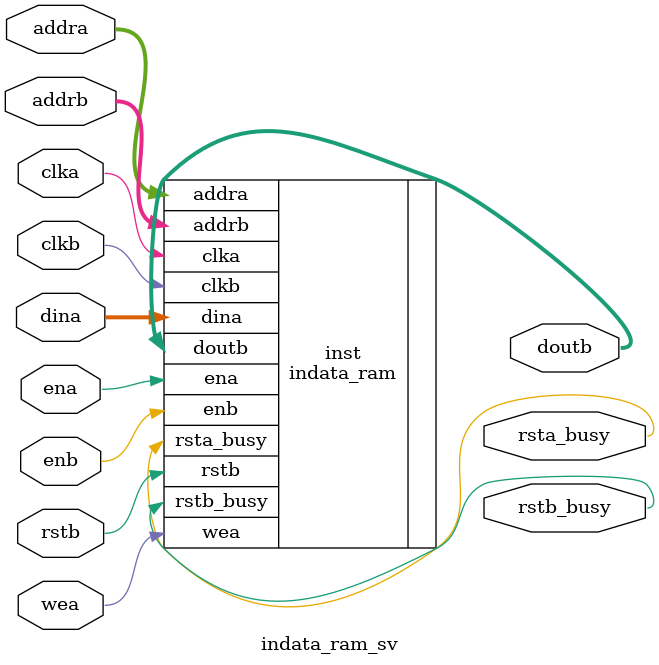
<source format=sv>


`timescale 1ps / 1ps

`include "vivado_interfaces.svh"

module indata_ram_sv (
  (* X_INTERFACE_IGNORE = "true" *)
  input wire clka,
  (* X_INTERFACE_IGNORE = "true" *)
  input wire ena,
  (* X_INTERFACE_IGNORE = "true" *)
  input wire [0:0] wea,
  (* X_INTERFACE_IGNORE = "true" *)
  input wire [7:0] addra,
  (* X_INTERFACE_IGNORE = "true" *)
  input wire [23:0] dina,
  (* X_INTERFACE_IGNORE = "true" *)
  input wire clkb,
  (* X_INTERFACE_IGNORE = "true" *)
  input wire rstb,
  (* X_INTERFACE_IGNORE = "true" *)
  input wire enb,
  (* X_INTERFACE_IGNORE = "true" *)
  input wire [7:0] addrb,
  (* X_INTERFACE_IGNORE = "true" *)
  output wire [23:0] doutb,
  (* X_INTERFACE_IGNORE = "true" *)
  output wire rsta_busy,
  (* X_INTERFACE_IGNORE = "true" *)
  output wire rstb_busy
);

  indata_ram inst (
    .clka(clka),
    .ena(ena),
    .wea(wea),
    .addra(addra),
    .dina(dina),
    .clkb(clkb),
    .rstb(rstb),
    .enb(enb),
    .addrb(addrb),
    .doutb(doutb),
    .rsta_busy(rsta_busy),
    .rstb_busy(rstb_busy)
  );

endmodule

</source>
